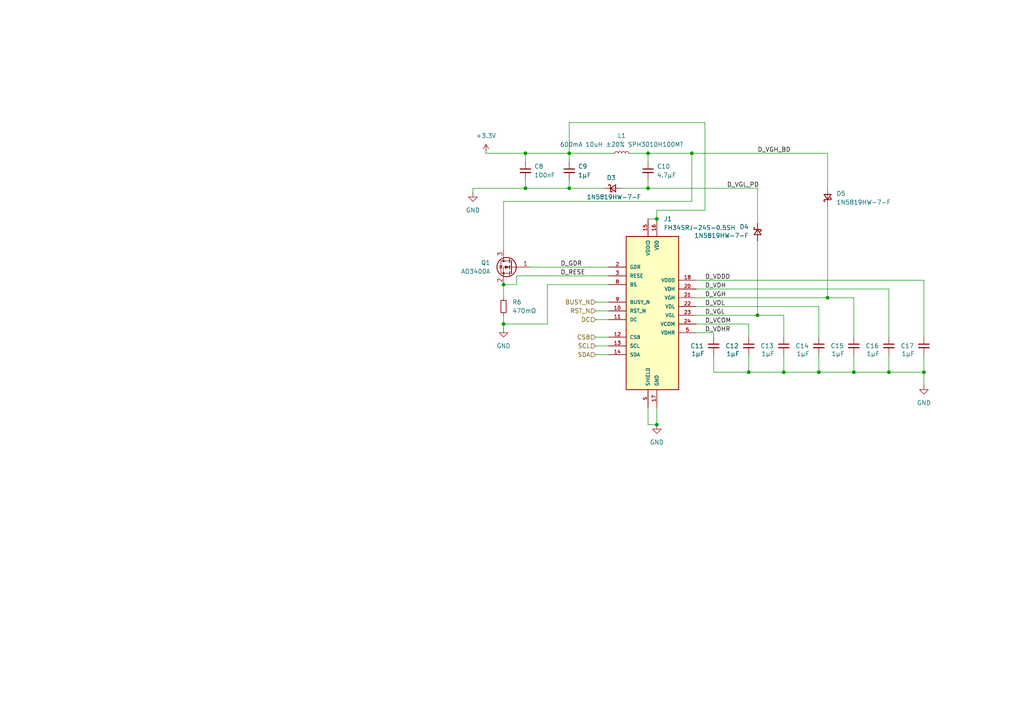
<source format=kicad_sch>
(kicad_sch (version 20231120) (generator "eeschema") (generator_version "8.0")
  (paper "A4")
  (lib_symbols
    (symbol "Babldev:E2271KS0C1" (pin_names (offset 1.016))
      (property "Reference" "J" (at -7.62 23.368 0))
      (property "Value" "E2271KS0C1" (at 5.588 -24.384 0))
      (symbol "E2271KS0C1_0_0"
        (rectangle (start -7.62 22.86) (end 7.62 -21.59) (stroke (width 0.254)) (fill (type background)))
        (pin no_connect line (at 26.67 3.81 0) (length 5.08) hide (name "NC") (number "1"))
        (pin passive line (at -12.7 1.27 0) (length 5.08) (name "RST_N") (number "10"))
        (pin passive line (at -12.7 -1.27 0) (length 5.08) (name "DC") (number "11"))
        (pin passive line (at -12.7 -6.35 0) (length 5.08) (name "CSB") (number "12"))
        (pin passive line (at -12.7 -8.89 0) (length 5.08) (name "SCL") (number "13"))
        (pin passive line (at -12.7 -11.43 0) (length 5.08) (name "SDA") (number "14"))
        (pin passive line (at 12.7 10.16 180) (length 5.08) (name "VDDD") (number "18"))
        (pin no_connect line (at 26.67 -8.89 0) (length 5.08) hide (name "NC") (number "19"))
        (pin passive line (at -12.7 13.97 0) (length 5.08) (name "GDR") (number "2"))
        (pin passive line (at 12.7 7.62 180) (length 5.08) (name "VDH") (number "20"))
        (pin passive line (at 12.7 5.08 180) (length 5.08) (name "VGH") (number "21"))
        (pin passive line (at 12.7 2.54 180) (length 5.08) (name "VDL") (number "22"))
        (pin passive line (at 12.7 0 180) (length 5.08) (name "VGL") (number "23"))
        (pin passive line (at 12.7 -2.54 180) (length 5.08) (name "VCOM") (number "24"))
        (pin passive line (at -12.7 11.43 0) (length 5.08) (name "RESE") (number "3"))
        (pin no_connect line (at 26.67 1.27 0) (length 5.08) hide (name "NC") (number "4"))
        (pin no_connect line (at 26.67 -3.81 0) (length 5.08) hide (name "NC") (number "6"))
        (pin no_connect line (at 26.67 -6.35 0) (length 5.08) hide (name "NC") (number "7"))
        (pin passive line (at -12.7 8.89 0) (length 5.08) (name "BS") (number "8"))
        (pin passive line (at -12.7 3.81 0) (length 5.08) (name "BUSY_N") (number "9"))
      )
      (symbol "E2271KS0C1_1_0"
        (pin power_in line (at -1.27 27.94 270) (length 5.08) (name "VDDIO") (number "15"))
        (pin power_in line (at 1.27 27.94 270) (length 5.08) (name "VDD") (number "16"))
        (pin power_in line (at 1.27 -26.67 90) (length 5.08) (name "GND") (number "17"))
        (pin passive line (at 12.7 -5.08 180) (length 5.08) (name "VDHR") (number "5"))
        (pin passive line (at -1.27 -26.67 90) (length 5.08) (name "SHIELD") (number "S"))
      )
    )
    (symbol "Device:C_Small" (pin_numbers hide) (pin_names (offset 0.254) hide)
      (property "Reference" "C" (at 0.254 1.778 0))
      (property "Value" "C_Small" (at 0.254 -2.032 0))
      (symbol "C_Small_0_1"
        (polyline (pts (xy -1.524 -0.508) (xy 1.524 -0.508)) (stroke (width 0.3302)))
        (polyline (pts (xy -1.524 0.508) (xy 1.524 0.508)) (stroke (width 0.3048)))
      )
      (symbol "C_Small_1_1"
        (pin passive line (at 0 2.54 270) (length 2.032) (name "~") (number "1"))
        (pin passive line (at 0 -2.54 90) (length 2.032) (name "~") (number "2"))
      )
    )
    (symbol "Device:D_Schottky_Small" (pin_numbers hide) (pin_names (offset 0.254) hide)
      (property "Reference" "D" (at -1.27 2.032 0))
      (property "Value" "D_Schottky_Small" (at -7.112 -2.032 0))
      (symbol "D_Schottky_Small_0_1"
        (polyline (pts (xy -0.762 0) (xy 0.762 0)))
        (polyline (pts (xy 0.762 -1.016) (xy -0.762 0) (xy 0.762 1.016) (xy 0.762 -1.016)) (stroke (width 0.254)))
        (polyline (pts (xy -1.27 0.762) (xy -1.27 1.016) (xy -0.762 1.016) (xy -0.762 -1.016) (xy -0.254 -1.016) (xy -0.254 -0.762)) (stroke (width 0.254)))
      )
      (symbol "D_Schottky_Small_1_1"
        (pin passive line (at -2.54 0 0) (length 1.778) (name "K") (number "1"))
        (pin passive line (at 2.54 0 180) (length 1.778) (name "A") (number "2"))
      )
    )
    (symbol "Device:L_Small" (pin_numbers hide) (pin_names (offset 0.254) hide)
      (property "Reference" "L" (at 0.762 1.016 0))
      (property "Value" "L_Small" (at 0.762 -1.016 0))
      (symbol "L_Small_0_1"
        (arc (start 0 -2.032) (mid 0.5058 -1.524) (end 0 -1.016))
        (arc (start 0 -1.016) (mid 0.5058 -0.508) (end 0 0))
        (arc (start 0 0) (mid 0.5058 0.508) (end 0 1.016))
        (arc (start 0 1.016) (mid 0.5058 1.524) (end 0 2.032))
      )
      (symbol "L_Small_1_1"
        (pin passive line (at 0 2.54 270) (length 0.508) (name "~") (number "1"))
        (pin passive line (at 0 -2.54 90) (length 0.508) (name "~") (number "2"))
      )
    )
    (symbol "Device:R_Small" (pin_numbers hide) (pin_names (offset 0.254) hide)
      (property "Reference" "R" (at 0.762 0.508 0))
      (property "Value" "R_Small" (at 0.762 -1.016 0))
      (symbol "R_Small_0_1"
        (rectangle (start -0.762 1.778) (end 0.762 -1.778) (stroke (width 0.2032)))
      )
      (symbol "R_Small_1_1"
        (pin passive line (at 0 2.54 270) (length 0.762) (name "~") (number "1"))
        (pin passive line (at 0 -2.54 90) (length 0.762) (name "~") (number "2"))
      )
    )
    (symbol "Transistor_FET:AO3400A" (pin_names hide)
      (property "Reference" "Q" (at 5.08 1.905 0))
      (property "Value" "AO3400A" (at 5.08 0 0))
      (symbol "AO3400A_0_1"
        (polyline (pts (xy 0.254 0) (xy -2.54 0)))
        (polyline (pts (xy 0.254 1.905) (xy 0.254 -1.905)) (stroke (width 0.254)))
        (polyline (pts (xy 0.762 -1.27) (xy 0.762 -2.286)) (stroke (width 0.254)))
        (polyline (pts (xy 0.762 0.508) (xy 0.762 -0.508)) (stroke (width 0.254)))
        (polyline (pts (xy 0.762 2.286) (xy 0.762 1.27)) (stroke (width 0.254)))
        (polyline (pts (xy 2.54 2.54) (xy 2.54 1.778)))
        (polyline (pts (xy 2.54 -2.54) (xy 2.54 0) (xy 0.762 0)))
        (polyline (pts (xy 0.762 -1.778) (xy 3.302 -1.778) (xy 3.302 1.778) (xy 0.762 1.778)))
        (polyline (pts (xy 1.016 0) (xy 2.032 0.381) (xy 2.032 -0.381) (xy 1.016 0)) (fill (type outline)))
        (polyline (pts (xy 2.794 0.508) (xy 2.921 0.381) (xy 3.683 0.381) (xy 3.81 0.254)))
        (polyline (pts (xy 3.302 0.381) (xy 2.921 -0.254) (xy 3.683 -0.254) (xy 3.302 0.381)))
        (circle (center 1.651 0) (radius 2.794) (stroke (width 0.254)))
        (circle (center 2.54 -1.778) (radius 0.254) (fill (type outline)))
        (circle (center 2.54 1.778) (radius 0.254) (fill (type outline)))
      )
      (symbol "AO3400A_1_1"
        (pin input line (at -5.08 0 0) (length 2.54) (name "G") (number "1"))
        (pin passive line (at 2.54 -5.08 90) (length 2.54) (name "S") (number "2"))
        (pin passive line (at 2.54 5.08 270) (length 2.54) (name "D") (number "3"))
      )
    )
    (symbol "power:+3.3V" (power) (pin_numbers hide) (pin_names (offset 0) hide)
      (property "Value" "+3.3V" (at 0 3.556 0))
      (symbol "+3.3V_0_1"
        (polyline (pts (xy -0.762 1.27) (xy 0 2.54)))
        (polyline (pts (xy 0 0) (xy 0 2.54)))
        (polyline (pts (xy 0 2.54) (xy 0.762 1.27)))
      )
      (symbol "+3.3V_1_1"
        (pin power_in line (at 0 0 90) (length 0) (name "~") (number "1"))
      )
    )
    (symbol "power:GND" (power) (pin_numbers hide) (pin_names (offset 0) hide)
      (property "Value" "GND" (at 0 -3.81 0))
      (symbol "GND_0_1"
        (polyline (pts (xy 0 0) (xy 0 -1.27) (xy 1.27 -1.27) (xy 0 -2.54) (xy -1.27 -1.27) (xy 0 -1.27)))
      )
      (symbol "GND_1_1"
        (pin power_in line (at 0 0 270) (length 0) (name "~") (number "1"))
      )
    )
  )
  (junction (at 219.71 91.44))
  (junction (at 146.05 93.98))
  (junction (at 200.66 44.45))
  (junction (at 190.5 123.19))
  (junction (at 187.96 44.45))
  (junction (at 146.05 82.55))
  (junction (at 267.97 107.95))
  (junction (at 227.33 107.95))
  (junction (at 237.49 107.95))
  (junction (at 217.17 107.95))
  (junction (at 165.1 54.61))
  (junction (at 187.96 54.61))
  (junction (at 257.81 107.95))
  (junction (at 190.5 63.5))
  (junction (at 247.65 107.95))
  (junction (at 152.4 54.61))
  (junction (at 165.1 44.45))
  (junction (at 152.4 44.45))
  (junction (at 240.03 86.36))
  (wire (pts (xy 149.86 80.01) (xy 149.86 82.55)))
  (wire (pts (xy 149.86 82.55) (xy 146.05 82.55)))
  (wire (pts (xy 204.47 35.56) (xy 204.47 60.96)))
  (wire (pts (xy 217.17 97.79) (xy 217.17 93.98)))
  (wire (pts (xy 149.86 80.01) (xy 176.53 80.01)))
  (wire (pts (xy 201.93 96.52) (xy 207.01 96.52)))
  (wire (pts (xy 182.88 44.45) (xy 187.96 44.45)))
  (wire (pts (xy 172.72 92.71) (xy 176.53 92.71)))
  (wire (pts (xy 172.72 102.87) (xy 176.53 102.87)))
  (wire (pts (xy 237.49 107.95) (xy 247.65 107.95)))
  (wire (pts (xy 201.93 91.44) (xy 219.71 91.44)))
  (wire (pts (xy 204.47 60.96) (xy 190.5 60.96)))
  (wire (pts (xy 165.1 35.56) (xy 204.47 35.56)))
  (wire (pts (xy 227.33 102.87) (xy 227.33 107.95)))
  (wire (pts (xy 152.4 44.45) (xy 152.4 46.99)))
  (wire (pts (xy 172.72 87.63) (xy 176.53 87.63)))
  (wire (pts (xy 247.65 102.87) (xy 247.65 107.95)))
  (wire (pts (xy 146.05 82.55) (xy 146.05 86.36)))
  (wire (pts (xy 187.96 118.11) (xy 187.96 123.19)))
  (wire (pts (xy 217.17 107.95) (xy 227.33 107.95)))
  (wire (pts (xy 227.33 91.44) (xy 227.33 97.79)))
  (wire (pts (xy 200.66 44.45) (xy 240.03 44.45)))
  (wire (pts (xy 152.4 54.61) (xy 165.1 54.61)))
  (wire (pts (xy 172.72 97.79) (xy 176.53 97.79)))
  (wire (pts (xy 187.96 63.5) (xy 190.5 63.5)))
  (wire (pts (xy 180.34 54.61) (xy 187.96 54.61)))
  (wire (pts (xy 207.01 96.52) (xy 207.01 97.79)))
  (wire (pts (xy 137.16 54.61) (xy 137.16 55.88)))
  (wire (pts (xy 165.1 46.99) (xy 165.1 44.45)))
  (wire (pts (xy 153.67 77.47) (xy 176.53 77.47)))
  (wire (pts (xy 219.71 54.61) (xy 219.71 64.77)))
  (wire (pts (xy 158.75 93.98) (xy 158.75 82.55)))
  (wire (pts (xy 172.72 90.17) (xy 176.53 90.17)))
  (wire (pts (xy 247.65 86.36) (xy 240.03 86.36)))
  (wire (pts (xy 152.4 54.61) (xy 137.16 54.61)))
  (wire (pts (xy 190.5 118.11) (xy 190.5 123.19)))
  (wire (pts (xy 201.93 88.9) (xy 237.49 88.9)))
  (wire (pts (xy 257.81 107.95) (xy 267.97 107.95)))
  (wire (pts (xy 165.1 44.45) (xy 177.8 44.45)))
  (wire (pts (xy 201.93 83.82) (xy 257.81 83.82)))
  (wire (pts (xy 200.66 44.45) (xy 200.66 58.42)))
  (wire (pts (xy 257.81 102.87) (xy 257.81 107.95)))
  (wire (pts (xy 219.71 54.61) (xy 187.96 54.61)))
  (wire (pts (xy 146.05 58.42) (xy 200.66 58.42)))
  (wire (pts (xy 201.93 81.28) (xy 267.97 81.28)))
  (wire (pts (xy 207.01 107.95) (xy 217.17 107.95)))
  (wire (pts (xy 146.05 95.25) (xy 146.05 93.98)))
  (wire (pts (xy 140.97 44.45) (xy 152.4 44.45)))
  (wire (pts (xy 187.96 52.07) (xy 187.96 54.61)))
  (wire (pts (xy 257.81 83.82) (xy 257.81 97.79)))
  (wire (pts (xy 165.1 52.07) (xy 165.1 54.61)))
  (wire (pts (xy 219.71 69.85) (xy 219.71 91.44)))
  (wire (pts (xy 240.03 44.45) (xy 240.03 54.61)))
  (wire (pts (xy 165.1 54.61) (xy 175.26 54.61)))
  (wire (pts (xy 207.01 102.87) (xy 207.01 107.95)))
  (wire (pts (xy 187.96 44.45) (xy 187.96 46.99)))
  (wire (pts (xy 146.05 72.39) (xy 146.05 58.42)))
  (wire (pts (xy 146.05 93.98) (xy 146.05 91.44)))
  (wire (pts (xy 217.17 102.87) (xy 217.17 107.95)))
  (wire (pts (xy 165.1 35.56) (xy 165.1 44.45)))
  (wire (pts (xy 146.05 93.98) (xy 158.75 93.98)))
  (wire (pts (xy 190.5 60.96) (xy 190.5 63.5)))
  (wire (pts (xy 172.72 100.33) (xy 176.53 100.33)))
  (wire (pts (xy 267.97 102.87) (xy 267.97 107.95)))
  (wire (pts (xy 237.49 88.9) (xy 237.49 97.79)))
  (wire (pts (xy 237.49 102.87) (xy 237.49 107.95)))
  (wire (pts (xy 267.97 81.28) (xy 267.97 97.79)))
  (wire (pts (xy 152.4 52.07) (xy 152.4 54.61)))
  (wire (pts (xy 152.4 44.45) (xy 165.1 44.45)))
  (wire (pts (xy 201.93 86.36) (xy 240.03 86.36)))
  (wire (pts (xy 240.03 59.69) (xy 240.03 86.36)))
  (wire (pts (xy 267.97 107.95) (xy 267.97 111.76)))
  (wire (pts (xy 227.33 91.44) (xy 219.71 91.44)))
  (wire (pts (xy 247.65 86.36) (xy 247.65 97.79)))
  (wire (pts (xy 227.33 107.95) (xy 237.49 107.95)))
  (wire (pts (xy 200.66 44.45) (xy 187.96 44.45)))
  (wire (pts (xy 217.17 93.98) (xy 201.93 93.98)))
  (wire (pts (xy 158.75 82.55) (xy 176.53 82.55)))
  (wire (pts (xy 187.96 123.19) (xy 190.5 123.19)))
  (wire (pts (xy 247.65 107.95) (xy 257.81 107.95)))
  (label "D_GDR" (at 162.56 77.47 0))
  (label "D_VDDD" (at 204.47 81.28 0))
  (label "D_RESE" (at 162.56 80.01 0))
  (label "D_VCOM" (at 204.47 93.98 0))
  (label "D_VDHR" (at 204.47 96.52 0))
  (label "D_VDL" (at 204.47 88.9 0))
  (label "D_VDH" (at 204.47 83.82 0))
  (label "D_VGH" (at 204.47 86.36 0))
  (label "D_VGL_PD" (at 210.82 54.61 0))
  (label "D_VGL" (at 204.47 91.44 0))
  (label "D_VGH_BD" (at 219.71 44.45 0))
  (hierarchical_label "DC" (shape input) (at 172.72 92.71 180))
  (hierarchical_label "RST_N" (shape input) (at 172.72 90.17 180))
  (hierarchical_label "SCL" (shape input) (at 172.72 100.33 180))
  (hierarchical_label "SDA" (shape input) (at 172.72 102.87 180))
  (hierarchical_label "CSB" (shape input) (at 172.72 97.79 180))
  (hierarchical_label "BUSY_N" (shape input) (at 172.72 87.63 180))
  (symbol (lib_id "Device:C_Small") (at 257.81 100.33 0) (unit 1)
    (property "Reference" "C16" (at 252.984 100.33 0))
    (property "Value" "1µF" (at 253.238 102.616 0))
    (property "Footprint" "Capacitor_SMD:C_0402_1005Metric" (effects (hide yes)))
    (property "Description" "Unpolarized capacitor, small symbol" (effects (hide yes)))
    (property "JLCPCB Part #" "C52923" (effects (hide yes)))
  )
  (symbol (lib_id "Transistor_FET:AO3400A") (at 148.59 77.47 0) (mirror y) (unit 1)
    (property "Reference" "Q1" (at 142.24 76.1999 0) (effects (justify left)))
    (property "Value" "AO3400A" (at 142.24 78.7399 0) (effects (justify left)))
    (property "Footprint" "Package_TO_SOT_SMD:SOT-23" (effects (hide yes)))
    (property "Datasheet" "http://www.aosmd.com/pdfs/datasheet/AO3400A.pdf" (effects (hide yes)))
    (property "Description" "30V Vds, 5.7A Id, N-Channel MOSFET, SOT-23" (effects (hide yes)))
    (property "JLCPCB Part #" "C20917" (effects (hide yes)))
  )
  (symbol (lib_id "Device:C_Small") (at 247.65 100.33 0) (unit 1)
    (property "Reference" "C15" (at 242.824 100.33 0))
    (property "Value" "1µF" (at 243.078 102.616 0))
    (property "Footprint" "Capacitor_SMD:C_0402_1005Metric" (effects (hide yes)))
    (property "Description" "Unpolarized capacitor, small symbol" (effects (hide yes)))
    (property "JLCPCB Part #" "C52923" (effects (hide yes)))
  )
  (symbol (lib_id "Device:C_Small") (at 267.97 100.33 0) (unit 1)
    (property "Reference" "C17" (at 263.144 100.33 0))
    (property "Value" "1µF" (at 263.398 102.616 0))
    (property "Footprint" "Capacitor_SMD:C_0402_1005Metric" (effects (hide yes)))
    (property "Description" "Unpolarized capacitor, small symbol" (effects (hide yes)))
    (property "JLCPCB Part #" "C52923" (effects (hide yes)))
  )
  (symbol (lib_id "Device:C_Small") (at 187.96 49.53 0) (unit 1)
    (property "Reference" "C10" (at 190.5 48.2662 0) (effects (justify left)))
    (property "Value" "4.7µF" (at 190.5 50.8062 0) (effects (justify left)))
    (property "Footprint" "Capacitor_SMD:C_0603_1608Metric" (effects (hide yes)))
    (property "Description" "Unpolarized capacitor, small symbol" (effects (hide yes)))
    (property "JLCPCB Part #" "C19666" (effects (hide yes)))
  )
  (symbol (lib_id "power:GND") (at 146.05 95.25 0) (unit 1)
    (property "Reference" "#PWR023" (effects (hide yes)))
    (property "Value" "GND" (at 146.05 100.33 0))
    (property "Description" "Power symbol creates a global label with name \"GND\" , ground" (effects (hide yes)))
  )
  (symbol (lib_id "Device:C_Small") (at 237.49 100.33 0) (unit 1)
    (property "Reference" "C14" (at 232.664 100.33 0))
    (property "Value" "1µF" (at 232.918 102.616 0))
    (property "Footprint" "Capacitor_SMD:C_0402_1005Metric" (effects (hide yes)))
    (property "Description" "Unpolarized capacitor, small symbol" (effects (hide yes)))
    (property "JLCPCB Part #" "C52923" (effects (hide yes)))
  )
  (symbol (lib_id "Device:C_Small") (at 217.17 100.33 0) (unit 1)
    (property "Reference" "C12" (at 212.344 100.33 0))
    (property "Value" "1µF" (at 212.598 102.616 0))
    (property "Footprint" "Capacitor_SMD:C_0402_1005Metric" (effects (hide yes)))
    (property "Description" "Unpolarized capacitor, small symbol" (effects (hide yes)))
    (property "JLCPCB Part #" "C52923" (effects (hide yes)))
  )
  (symbol (lib_id "Device:C_Small") (at 207.01 100.33 0) (unit 1)
    (property "Reference" "C11" (at 202.184 100.33 0))
    (property "Value" "1µF" (at 202.438 102.616 0))
    (property "Footprint" "Capacitor_SMD:C_0402_1005Metric" (effects (hide yes)))
    (property "Description" "Unpolarized capacitor, small symbol" (effects (hide yes)))
    (property "JLCPCB Part #" "C52923" (effects (hide yes)))
  )
  (symbol (lib_id "Device:C_Small") (at 227.33 100.33 0) (unit 1)
    (property "Reference" "C13" (at 222.504 100.33 0))
    (property "Value" "1µF" (at 222.758 102.616 0))
    (property "Footprint" "Capacitor_SMD:C_0402_1005Metric" (effects (hide yes)))
    (property "Description" "Unpolarized capacitor, small symbol" (effects (hide yes)))
    (property "JLCPCB Part #" "C52923" (effects (hide yes)))
  )
  (symbol (lib_id "Device:C_Small") (at 152.4 49.53 0) (unit 1)
    (property "Reference" "C8" (at 154.94 48.2662 0) (effects (justify left)))
    (property "Value" "100nF" (at 154.94 50.8062 0) (effects (justify left)))
    (property "Footprint" "Capacitor_SMD:C_0402_1005Metric" (effects (hide yes)))
    (property "Description" "Unpolarized capacitor, small symbol" (effects (hide yes)))
    (property "JLCPCB Part #" "C1525" (effects (hide yes)))
  )
  (symbol (lib_id "power:GND") (at 267.97 111.76 0) (unit 1)
    (property "Reference" "#PWR025" (effects (hide yes)))
    (property "Value" "GND" (at 267.97 116.84 0))
    (property "Description" "Power symbol creates a global label with name \"GND\" , ground" (effects (hide yes)))
  )
  (symbol (lib_id "Device:L_Small") (at 180.34 44.45 90) (unit 1)
    (property "Reference" "L1" (at 180.34 39.37 90))
    (property "Value" "600mA 10uH ±20% SPH3010H100MT" (at 180.34 41.91 90))
    (property "Footprint" "Inductor_SMD:L_Sunlord_SWPA3010S" (effects (hide yes)))
    (property "Description" "Inductor, small symbol" (effects (hide yes)))
    (property "JLCPCB Part #" "C279861" (effects (hide yes)))
  )
  (symbol (lib_id "power:GND") (at 190.5 123.19 0) (unit 1)
    (property "Reference" "#PWR024" (effects (hide yes)))
    (property "Value" "GND" (at 190.5 128.27 0))
    (property "Description" "Power symbol creates a global label with name \"GND\" , ground" (effects (hide yes)))
  )
  (symbol (lib_id "Device:D_Schottky_Small") (at 177.8 54.61 0) (unit 1)
    (property "Reference" "D3" (at 177.292 51.562 0))
    (property "Value" "1N5819HW-7-F" (at 178.054 57.15 0))
    (property "Footprint" "Diode_SMD:D_SOD-123" (effects (hide yes)))
    (property "Datasheet" "https://datasheet.lcsc.com/lcsc/1811121309_Diodes-Incorporated-1N5819HW-7-F_C82544.pdf?_gl=1*sakdyv*_ga*NTQwMjk0NTAuMTcxMTQ3ODUxNQ..*_ga_98M84MKSZH*MTcxMTY3MDg0OC4xMC4xLjE3MTE2NzEwODkuNjAuMC4w" (effects (hide yes)))
    (property "Description" "Schottky diode, small symbol" (effects (hide yes)))
    (property "JLCPCB Part #" "C82544" (effects (hide yes)))
  )
  (symbol (lib_id "Babldev:E2271KS0C1") (at 189.23 91.44 0) (unit 1)
    (property "Reference" "J1" (at 192.5194 63.5 0) (effects (justify left)))
    (property "Value" "FH34SRJ-24S-0.5SH" (at 192.5194 66.04 0) (effects (justify left)))
    (property "Footprint" "Babldev:HRS_FH34SRJ-24S-0.5SH_99_" (effects (hide yes)))
    (property "PARTREV" "NA" (effects (hide yes)))
    (property "STANDARD" "Manufacturer Recommendations" (effects (hide yes)))
    (property "MAXIMUM_PACKAGE_HEIGHT" "1.75mm" (effects (hide yes)))
    (property "MANUFACTURER" "HIROSE ELECTRIC" (effects (hide yes)))
    (property "JLCPCB Part #" "C324726" (effects (hide yes)))
  )
  (symbol (lib_id "power:GND") (at 137.16 55.88 0) (unit 1)
    (property "Reference" "#PWR021" (effects (hide yes)))
    (property "Value" "GND" (at 137.16 60.96 0))
    (property "Description" "Power symbol creates a global label with name \"GND\" , ground" (effects (hide yes)))
  )
  (symbol (lib_id "power:+3.3V") (at 140.97 44.45 0) (unit 1)
    (property "Reference" "#PWR022" (effects (hide yes)))
    (property "Value" "+3.3V" (at 140.97 39.37 0))
    (property "Description" "Power symbol creates a global label with name \"+3.3V\"" (effects (hide yes)))
  )
  (symbol (lib_id "Device:R_Small") (at 146.05 88.9 0) (unit 1)
    (property "Reference" "R6" (at 148.59 87.6299 0) (effects (justify left)))
    (property "Value" "470mΩ" (at 148.59 90.1699 0) (effects (justify left)))
    (property "Footprint" "Resistor_SMD:R_0402_1005Metric" (effects (hide yes)))
    (property "Description" "Resistor, small symbol" (effects (hide yes)))
    (property "JLCPCB Part #" "C158958" (effects (hide yes)))
  )
  (symbol (lib_id "Device:D_Schottky_Small") (at 240.03 57.15 90) (unit 1)
    (property "Reference" "D5" (at 242.57 56.1339 90) (effects (justify right)))
    (property "Value" "1N5819HW-7-F" (at 242.57 58.6739 90) (effects (justify right)))
    (property "Footprint" "Diode_SMD:D_SOD-123" (effects (hide yes)))
    (property "Datasheet" "https://datasheet.lcsc.com/lcsc/1811121309_Diodes-Incorporated-1N5819HW-7-F_C82544.pdf?_gl=1*sakdyv*_ga*NTQwMjk0NTAuMTcxMTQ3ODUxNQ..*_ga_98M84MKSZH*MTcxMTY3MDg0OC4xMC4xLjE3MTE2NzEwODkuNjAuMC4w" (effects (hide yes)))
    (property "Description" "Schottky diode, small symbol" (effects (hide yes)))
    (property "JLCPCB Part #" "C82544" (effects (hide yes)))
  )
  (symbol (lib_id "Device:D_Schottky_Small") (at 219.71 67.31 90) (mirror x) (unit 1)
    (property "Reference" "D4" (at 217.17 65.7859 90) (effects (justify left)))
    (property "Value" "1N5819HW-7-F" (at 217.17 68.3259 90) (effects (justify left)))
    (property "Footprint" "Diode_SMD:D_SOD-123" (effects (hide yes)))
    (property "Datasheet" "https://datasheet.lcsc.com/lcsc/1811121309_Diodes-Incorporated-1N5819HW-7-F_C82544.pdf?_gl=1*sakdyv*_ga*NTQwMjk0NTAuMTcxMTQ3ODUxNQ..*_ga_98M84MKSZH*MTcxMTY3MDg0OC4xMC4xLjE3MTE2NzEwODkuNjAuMC4w" (effects (hide yes)))
    (property "Description" "Schottky diode, small symbol" (effects (hide yes)))
    (property "JLCPCB Part #" "C82544" (effects (hide yes)))
  )
  (symbol (lib_id "Device:C_Small") (at 165.1 49.53 0) (unit 1)
    (property "Reference" "C9" (at 167.64 48.2662 0) (effects (justify left)))
    (property "Value" "1µF" (at 167.64 50.8062 0) (effects (justify left)))
    (property "Footprint" "Capacitor_SMD:C_0402_1005Metric" (effects (hide yes)))
    (property "Description" "Unpolarized capacitor, small symbol" (effects (hide yes)))
    (property "JLCPCB Part #" "C52923" (effects (hide yes)))
  )
)
</source>
